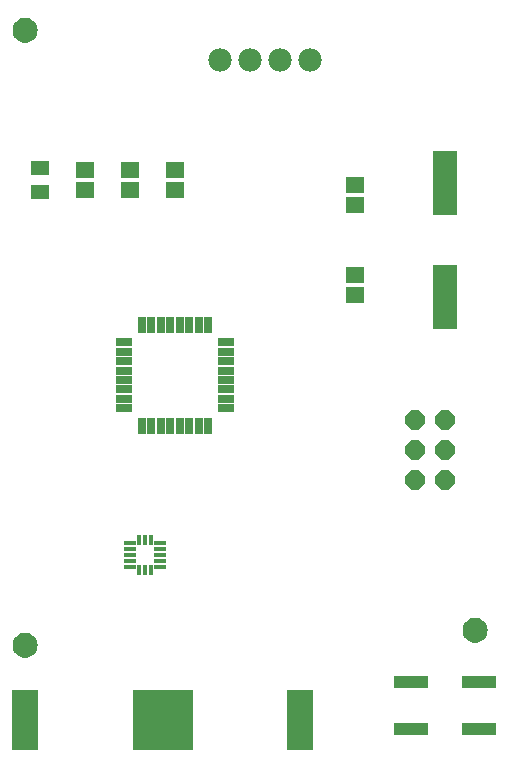
<source format=gts>
G04 EAGLE Gerber RS-274X export*
G75*
%MOMM*%
%FSLAX34Y34*%
%LPD*%
%INSoldermask Top*%
%IPPOS*%
%AMOC8*
5,1,8,0,0,1.08239X$1,22.5*%
G01*
%ADD10R,1.601600X1.401600*%
%ADD11R,0.660400X1.371600*%
%ADD12R,1.371600X0.660400*%
%ADD13C,1.981200*%
%ADD14P,1.759533X8X112.500000*%
%ADD15R,1.501600X1.201600*%
%ADD16R,1.026600X0.401600*%
%ADD17R,0.401600X0.901600*%
%ADD18R,2.032000X5.435600*%
%ADD19R,2.851600X1.101600*%
%ADD20R,2.201600X5.151600*%
%ADD21R,5.151600X5.151600*%

G36*
X27192Y611820D02*
X27192Y611820D01*
X27235Y611832D01*
X27301Y611839D01*
X28984Y612290D01*
X29025Y612309D01*
X29088Y612328D01*
X30668Y613065D01*
X30705Y613091D01*
X30764Y613120D01*
X32192Y614120D01*
X32223Y614152D01*
X32276Y614191D01*
X33509Y615424D01*
X33534Y615460D01*
X33580Y615508D01*
X34580Y616936D01*
X34598Y616977D01*
X34635Y617032D01*
X35372Y618612D01*
X35383Y618655D01*
X35410Y618716D01*
X35861Y620399D01*
X35863Y620431D01*
X35870Y620452D01*
X35870Y620467D01*
X35880Y620508D01*
X36032Y622245D01*
X36028Y622289D01*
X36032Y622355D01*
X35880Y624092D01*
X35868Y624135D01*
X35861Y624201D01*
X35410Y625884D01*
X35391Y625925D01*
X35372Y625988D01*
X34635Y627568D01*
X34609Y627605D01*
X34580Y627664D01*
X33580Y629092D01*
X33548Y629123D01*
X33509Y629176D01*
X32276Y630409D01*
X32240Y630434D01*
X32192Y630480D01*
X30764Y631480D01*
X30723Y631498D01*
X30668Y631535D01*
X29088Y632272D01*
X29045Y632283D01*
X28984Y632310D01*
X27301Y632761D01*
X27256Y632764D01*
X27192Y632780D01*
X25455Y632932D01*
X25411Y632928D01*
X25345Y632932D01*
X23608Y632780D01*
X23565Y632768D01*
X23499Y632761D01*
X21816Y632310D01*
X21775Y632291D01*
X21712Y632272D01*
X20132Y631535D01*
X20095Y631509D01*
X20036Y631480D01*
X18608Y630480D01*
X18577Y630448D01*
X18524Y630409D01*
X17291Y629176D01*
X17266Y629140D01*
X17220Y629092D01*
X16220Y627664D01*
X16202Y627623D01*
X16165Y627568D01*
X15428Y625988D01*
X15417Y625945D01*
X15390Y625884D01*
X14939Y624201D01*
X14936Y624156D01*
X14920Y624092D01*
X14768Y622355D01*
X14772Y622311D01*
X14768Y622245D01*
X14920Y620508D01*
X14932Y620465D01*
X14936Y620431D01*
X14936Y620415D01*
X14938Y620410D01*
X14939Y620399D01*
X15390Y618716D01*
X15409Y618675D01*
X15428Y618612D01*
X16165Y617032D01*
X16191Y616995D01*
X16220Y616936D01*
X17220Y615508D01*
X17252Y615477D01*
X17291Y615424D01*
X18524Y614191D01*
X18560Y614166D01*
X18608Y614120D01*
X20036Y613120D01*
X20077Y613102D01*
X20132Y613065D01*
X21712Y612328D01*
X21755Y612317D01*
X21816Y612290D01*
X23499Y611839D01*
X23544Y611836D01*
X23608Y611820D01*
X25345Y611668D01*
X25389Y611672D01*
X25455Y611668D01*
X27192Y611820D01*
G37*
G36*
X408192Y103820D02*
X408192Y103820D01*
X408235Y103832D01*
X408301Y103839D01*
X409984Y104290D01*
X410025Y104309D01*
X410088Y104328D01*
X411668Y105065D01*
X411705Y105091D01*
X411764Y105120D01*
X413192Y106120D01*
X413223Y106152D01*
X413276Y106191D01*
X414509Y107424D01*
X414534Y107460D01*
X414580Y107508D01*
X415580Y108936D01*
X415598Y108977D01*
X415635Y109032D01*
X416372Y110612D01*
X416383Y110655D01*
X416410Y110716D01*
X416861Y112399D01*
X416863Y112431D01*
X416870Y112452D01*
X416870Y112467D01*
X416880Y112508D01*
X417032Y114245D01*
X417028Y114289D01*
X417032Y114355D01*
X416880Y116092D01*
X416868Y116135D01*
X416861Y116201D01*
X416410Y117884D01*
X416391Y117925D01*
X416372Y117988D01*
X415635Y119568D01*
X415609Y119605D01*
X415580Y119664D01*
X414580Y121092D01*
X414548Y121123D01*
X414509Y121176D01*
X413276Y122409D01*
X413240Y122434D01*
X413192Y122480D01*
X411764Y123480D01*
X411723Y123498D01*
X411668Y123535D01*
X410088Y124272D01*
X410045Y124283D01*
X409984Y124310D01*
X408301Y124761D01*
X408256Y124764D01*
X408192Y124780D01*
X406455Y124932D01*
X406411Y124928D01*
X406345Y124932D01*
X404608Y124780D01*
X404565Y124768D01*
X404499Y124761D01*
X402816Y124310D01*
X402775Y124291D01*
X402712Y124272D01*
X401132Y123535D01*
X401095Y123509D01*
X401036Y123480D01*
X399608Y122480D01*
X399577Y122448D01*
X399524Y122409D01*
X398291Y121176D01*
X398266Y121140D01*
X398220Y121092D01*
X397220Y119664D01*
X397202Y119623D01*
X397165Y119568D01*
X396428Y117988D01*
X396417Y117945D01*
X396390Y117884D01*
X395939Y116201D01*
X395936Y116156D01*
X395920Y116092D01*
X395768Y114355D01*
X395772Y114311D01*
X395768Y114245D01*
X395920Y112508D01*
X395932Y112465D01*
X395936Y112431D01*
X395936Y112415D01*
X395938Y112410D01*
X395939Y112399D01*
X396390Y110716D01*
X396409Y110675D01*
X396428Y110612D01*
X397165Y109032D01*
X397191Y108995D01*
X397220Y108936D01*
X398220Y107508D01*
X398252Y107477D01*
X398291Y107424D01*
X399524Y106191D01*
X399560Y106166D01*
X399608Y106120D01*
X401036Y105120D01*
X401077Y105102D01*
X401132Y105065D01*
X402712Y104328D01*
X402755Y104317D01*
X402816Y104290D01*
X404499Y103839D01*
X404544Y103836D01*
X404608Y103820D01*
X406345Y103668D01*
X406389Y103672D01*
X406455Y103668D01*
X408192Y103820D01*
G37*
G36*
X27192Y91120D02*
X27192Y91120D01*
X27235Y91132D01*
X27301Y91139D01*
X28984Y91590D01*
X29025Y91609D01*
X29088Y91628D01*
X30668Y92365D01*
X30705Y92391D01*
X30764Y92420D01*
X32192Y93420D01*
X32223Y93452D01*
X32276Y93491D01*
X33509Y94724D01*
X33534Y94760D01*
X33580Y94808D01*
X34580Y96236D01*
X34598Y96277D01*
X34635Y96332D01*
X35372Y97912D01*
X35383Y97955D01*
X35410Y98016D01*
X35861Y99699D01*
X35863Y99731D01*
X35870Y99752D01*
X35870Y99767D01*
X35880Y99808D01*
X36032Y101545D01*
X36028Y101589D01*
X36032Y101655D01*
X35880Y103392D01*
X35868Y103435D01*
X35861Y103501D01*
X35410Y105184D01*
X35391Y105225D01*
X35372Y105288D01*
X34635Y106868D01*
X34609Y106905D01*
X34580Y106964D01*
X33580Y108392D01*
X33548Y108423D01*
X33509Y108476D01*
X32276Y109709D01*
X32240Y109734D01*
X32192Y109780D01*
X30764Y110780D01*
X30723Y110798D01*
X30668Y110835D01*
X29088Y111572D01*
X29045Y111583D01*
X28984Y111610D01*
X27301Y112061D01*
X27256Y112064D01*
X27192Y112080D01*
X25455Y112232D01*
X25411Y112228D01*
X25345Y112232D01*
X23608Y112080D01*
X23565Y112068D01*
X23499Y112061D01*
X21816Y111610D01*
X21775Y111591D01*
X21712Y111572D01*
X20132Y110835D01*
X20095Y110809D01*
X20036Y110780D01*
X18608Y109780D01*
X18577Y109748D01*
X18524Y109709D01*
X17291Y108476D01*
X17266Y108440D01*
X17220Y108392D01*
X16220Y106964D01*
X16202Y106923D01*
X16165Y106868D01*
X15428Y105288D01*
X15417Y105245D01*
X15390Y105184D01*
X14939Y103501D01*
X14936Y103456D01*
X14920Y103392D01*
X14768Y101655D01*
X14772Y101611D01*
X14768Y101545D01*
X14920Y99808D01*
X14932Y99765D01*
X14936Y99731D01*
X14936Y99715D01*
X14938Y99710D01*
X14939Y99699D01*
X15390Y98016D01*
X15409Y97975D01*
X15428Y97912D01*
X16165Y96332D01*
X16191Y96295D01*
X16220Y96236D01*
X17220Y94808D01*
X17252Y94777D01*
X17291Y94724D01*
X18524Y93491D01*
X18560Y93466D01*
X18608Y93420D01*
X20036Y92420D01*
X20077Y92402D01*
X20132Y92365D01*
X21712Y91628D01*
X21755Y91617D01*
X21816Y91590D01*
X23499Y91139D01*
X23544Y91136D01*
X23608Y91120D01*
X25345Y90968D01*
X25389Y90972D01*
X25455Y90968D01*
X27192Y91120D01*
G37*
D10*
X114300Y503800D03*
X114300Y486800D03*
X76200Y503800D03*
X76200Y486800D03*
X304800Y491100D03*
X304800Y474100D03*
X304800Y397900D03*
X304800Y414900D03*
X152400Y503800D03*
X152400Y486800D03*
D11*
X180400Y373126D03*
X172400Y373126D03*
X164400Y373126D03*
X156400Y373126D03*
X148400Y373126D03*
X140400Y373126D03*
X132400Y373126D03*
X124400Y373126D03*
D12*
X109474Y358200D03*
X109474Y350200D03*
X109474Y342200D03*
X109474Y334200D03*
X109474Y326200D03*
X109474Y318200D03*
X109474Y310200D03*
X109474Y302200D03*
D11*
X124400Y287274D03*
X132400Y287274D03*
X140400Y287274D03*
X148400Y287274D03*
X156400Y287274D03*
X164400Y287274D03*
X172400Y287274D03*
X180400Y287274D03*
D12*
X195326Y302200D03*
X195326Y310200D03*
X195326Y318200D03*
X195326Y326200D03*
X195326Y334200D03*
X195326Y342200D03*
X195326Y350200D03*
X195326Y358200D03*
D13*
X190500Y596900D03*
X215900Y596900D03*
X241300Y596900D03*
X266700Y596900D03*
D14*
X381000Y241300D03*
X355600Y241300D03*
X381000Y266700D03*
X355600Y266700D03*
X381000Y292100D03*
X355600Y292100D03*
D15*
X38100Y485300D03*
X38100Y505300D03*
D16*
X139875Y167800D03*
X139875Y172800D03*
X139875Y177800D03*
X139875Y182800D03*
X139875Y187800D03*
D17*
X132000Y190550D03*
X127000Y190550D03*
X122000Y190550D03*
D16*
X114125Y187800D03*
X114125Y182800D03*
X114125Y177800D03*
X114125Y172800D03*
X114125Y167800D03*
D17*
X122000Y165050D03*
X127000Y165050D03*
X132000Y165050D03*
D18*
X381000Y492760D03*
X381000Y396240D03*
D19*
X409750Y30800D03*
X352250Y30800D03*
X409750Y70800D03*
X352250Y70800D03*
D20*
X25400Y38100D03*
X258400Y38100D03*
D21*
X141900Y38100D03*
M02*

</source>
